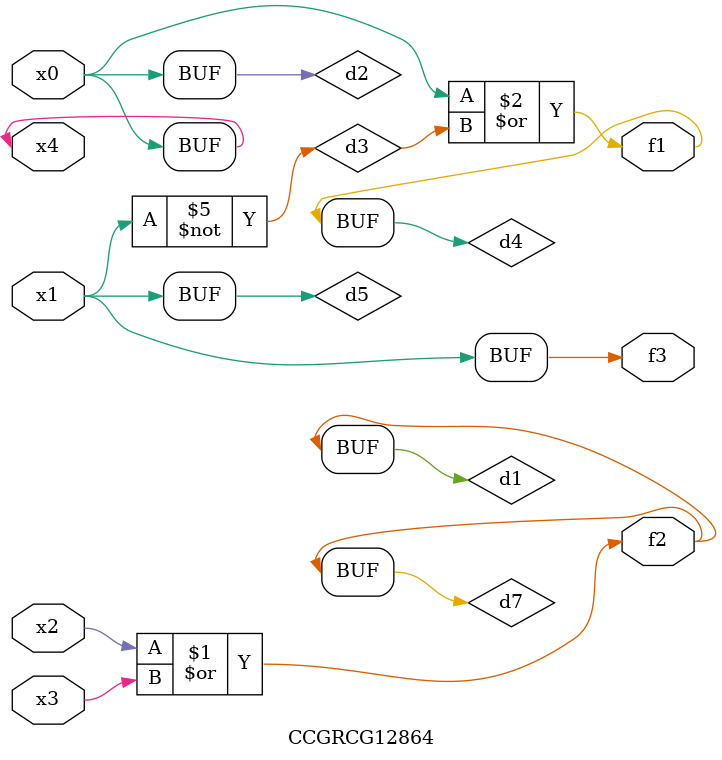
<source format=v>
module CCGRCG12864(
	input x0, x1, x2, x3, x4,
	output f1, f2, f3
);

	wire d1, d2, d3, d4, d5, d6, d7;

	or (d1, x2, x3);
	buf (d2, x0, x4);
	not (d3, x1);
	or (d4, d2, d3);
	not (d5, d3);
	nand (d6, d1, d3);
	or (d7, d1);
	assign f1 = d4;
	assign f2 = d7;
	assign f3 = d5;
endmodule

</source>
